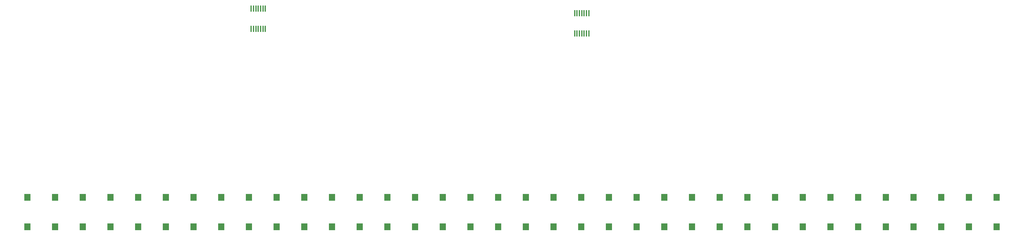
<source format=gtp>
G04 Layer: TopPasteMaskLayer*
G04 EasyEDA v6.5.43, 2024-07-16 18:23:05*
G04 cb6e2e9fbd21486d88ae5690d2d3dc00,10*
G04 Gerber Generator version 0.2*
G04 Scale: 100 percent, Rotated: No, Reflected: No *
G04 Dimensions in inches *
G04 leading zeros omitted , absolute positions ,3 integer and 6 decimal *
%FSLAX36Y36*%
%MOIN*%

%ADD10R,0.0669X0.0748*%
%ADD11R,0.0157X0.0669*%

%LPD*%
D10*
G01*
X600000Y938580D03*
G01*
X600000Y1261419D03*
G01*
X900000Y938580D03*
G01*
X900000Y1261419D03*
G01*
X1200000Y938580D03*
G01*
X1200000Y1261419D03*
G01*
X1500000Y938580D03*
G01*
X1500000Y1261419D03*
G01*
X1800000Y938580D03*
G01*
X1800000Y1261419D03*
G01*
X2100000Y938580D03*
G01*
X2100000Y1261419D03*
G01*
X2400000Y938580D03*
G01*
X2400000Y1261419D03*
G01*
X2700000Y938580D03*
G01*
X2700000Y1261419D03*
G01*
X3000000Y938580D03*
G01*
X3000000Y1261419D03*
G01*
X3300000Y938580D03*
G01*
X3300000Y1261419D03*
G01*
X3600000Y938580D03*
G01*
X3600000Y1261419D03*
G01*
X3900000Y938580D03*
G01*
X3900000Y1261419D03*
G01*
X4200000Y938580D03*
G01*
X4200000Y1261419D03*
G01*
X4500000Y938580D03*
G01*
X4500000Y1261419D03*
G01*
X4800000Y938580D03*
G01*
X4800000Y1261419D03*
G01*
X5100000Y938580D03*
G01*
X5100000Y1261419D03*
G01*
X5400000Y938580D03*
G01*
X5400000Y1261419D03*
G01*
X5700000Y938580D03*
G01*
X5700000Y1261419D03*
G01*
X6000000Y938580D03*
G01*
X6000000Y1261419D03*
G01*
X6300000Y938580D03*
G01*
X6300000Y1261419D03*
G01*
X6600000Y938580D03*
G01*
X6600000Y1261419D03*
G01*
X6900000Y938580D03*
G01*
X6900000Y1261419D03*
G01*
X7200000Y938580D03*
G01*
X7200000Y1261419D03*
G01*
X7500000Y938580D03*
G01*
X7500000Y1261419D03*
G01*
X7800000Y938580D03*
G01*
X7800000Y1261419D03*
G01*
X8100000Y938580D03*
G01*
X8100000Y1261419D03*
G01*
X8400000Y938580D03*
G01*
X8400000Y1261419D03*
G01*
X8700000Y938580D03*
G01*
X8700000Y1261419D03*
G01*
X9000000Y938580D03*
G01*
X9000000Y1261419D03*
G01*
X9300000Y938580D03*
G01*
X9300000Y1261419D03*
G01*
X9600000Y938580D03*
G01*
X9600000Y1261419D03*
G01*
X9900000Y938580D03*
G01*
X9900000Y1261419D03*
G01*
X10200000Y938580D03*
G01*
X10200000Y1261419D03*
G01*
X10500000Y938580D03*
G01*
X10500000Y1261419D03*
G01*
X10800000Y938580D03*
G01*
X10800000Y1261419D03*
G01*
X11100000Y938580D03*
G01*
X11100000Y1261419D03*
D11*
G01*
X3023230Y3089760D03*
G01*
X3048819Y3089760D03*
G01*
X3074409Y3089760D03*
G01*
X3100000Y3089760D03*
G01*
X3125590Y3089760D03*
G01*
X3151180Y3089760D03*
G01*
X3176769Y3089760D03*
G01*
X3176769Y3310239D03*
G01*
X3151180Y3310239D03*
G01*
X3125590Y3310239D03*
G01*
X3100000Y3310239D03*
G01*
X3074409Y3310239D03*
G01*
X3048819Y3310239D03*
G01*
X3023230Y3310239D03*
G01*
X6681769Y3260239D03*
G01*
X6656180Y3260239D03*
G01*
X6630590Y3260239D03*
G01*
X6605000Y3260239D03*
G01*
X6579409Y3260239D03*
G01*
X6553819Y3260239D03*
G01*
X6528230Y3260239D03*
G01*
X6528230Y3039760D03*
G01*
X6553819Y3039760D03*
G01*
X6579409Y3039760D03*
G01*
X6605000Y3039760D03*
G01*
X6630590Y3039760D03*
G01*
X6656180Y3039760D03*
G01*
X6681769Y3039760D03*
M02*

</source>
